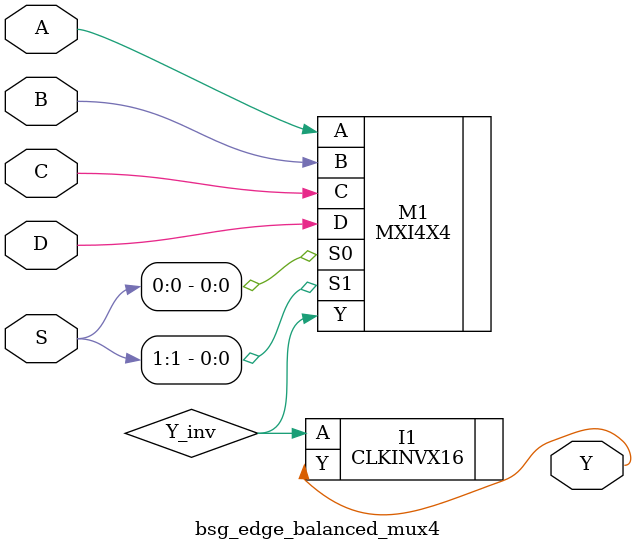
<source format=v>
module bsg_edge_balanced_mux4
  (input        A
  ,input        B
  ,input        C
  ,input        D
  ,input  [1:0] S
  ,output       Y
  );

  wire Y_inv;
  
  MXI4X4 M1
    (.A(A)
    ,.B(B)
    ,.C(C)
    ,.D(D)
    ,.S0(S[0])
    ,.S1(S[1])
    ,.Y(Y_inv)
    );
  
  CLKINVX16 I1
    (.A(Y_inv)
    ,.Y(Y)
    );

endmodule

</source>
